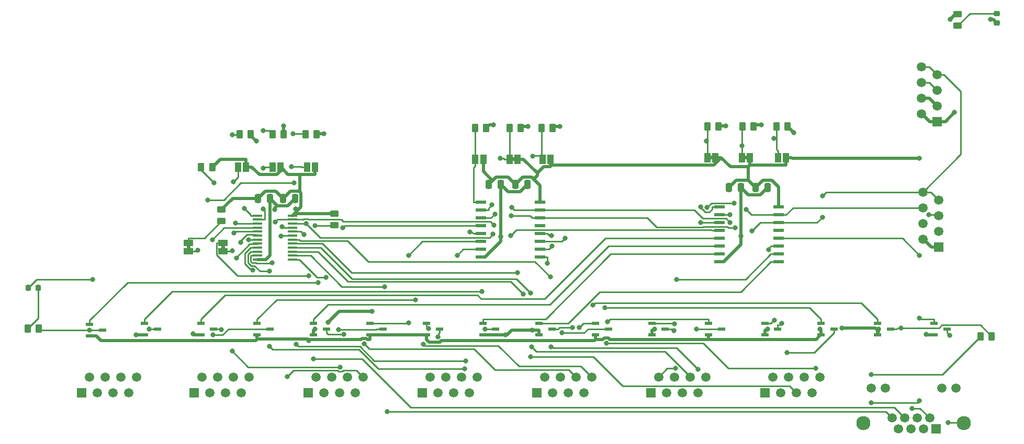
<source format=gbr>
%TF.GenerationSoftware,KiCad,Pcbnew,7.0.9*%
%TF.CreationDate,2024-04-09T00:56:20-04:00*%
%TF.ProjectId,WIRED-I2C-Shield-revA4,57495245-442d-4493-9243-2d536869656c,RevA4*%
%TF.SameCoordinates,Original*%
%TF.FileFunction,Copper,L1,Top*%
%TF.FilePolarity,Positive*%
%FSLAX46Y46*%
G04 Gerber Fmt 4.6, Leading zero omitted, Abs format (unit mm)*
G04 Created by KiCad (PCBNEW 7.0.9) date 2024-04-09 00:56:20*
%MOMM*%
%LPD*%
G01*
G04 APERTURE LIST*
G04 Aperture macros list*
%AMRoundRect*
0 Rectangle with rounded corners*
0 $1 Rounding radius*
0 $2 $3 $4 $5 $6 $7 $8 $9 X,Y pos of 4 corners*
0 Add a 4 corners polygon primitive as box body*
4,1,4,$2,$3,$4,$5,$6,$7,$8,$9,$2,$3,0*
0 Add four circle primitives for the rounded corners*
1,1,$1+$1,$2,$3*
1,1,$1+$1,$4,$5*
1,1,$1+$1,$6,$7*
1,1,$1+$1,$8,$9*
0 Add four rect primitives between the rounded corners*
20,1,$1+$1,$2,$3,$4,$5,0*
20,1,$1+$1,$4,$5,$6,$7,0*
20,1,$1+$1,$6,$7,$8,$9,0*
20,1,$1+$1,$8,$9,$2,$3,0*%
G04 Aperture macros list end*
%TA.AperFunction,SMDPad,CuDef*%
%ADD10R,1.803400X0.533400*%
%TD*%
%TA.AperFunction,ComponentPad*%
%ADD11R,1.500000X1.500000*%
%TD*%
%TA.AperFunction,ComponentPad*%
%ADD12C,1.500000*%
%TD*%
%TA.AperFunction,SMDPad,CuDef*%
%ADD13R,1.300000X0.600000*%
%TD*%
%TA.AperFunction,SMDPad,CuDef*%
%ADD14RoundRect,0.250000X-0.262500X-0.450000X0.262500X-0.450000X0.262500X0.450000X-0.262500X0.450000X0*%
%TD*%
%TA.AperFunction,SMDPad,CuDef*%
%ADD15R,1.000000X1.500000*%
%TD*%
%TA.AperFunction,SMDPad,CuDef*%
%ADD16RoundRect,0.250000X0.450000X-0.262500X0.450000X0.262500X-0.450000X0.262500X-0.450000X-0.262500X0*%
%TD*%
%TA.AperFunction,SMDPad,CuDef*%
%ADD17RoundRect,0.250000X-0.250000X-0.475000X0.250000X-0.475000X0.250000X0.475000X-0.250000X0.475000X0*%
%TD*%
%TA.AperFunction,ComponentPad*%
%ADD18C,2.300000*%
%TD*%
%TA.AperFunction,SMDPad,CuDef*%
%ADD19RoundRect,0.218750X0.256250X-0.218750X0.256250X0.218750X-0.256250X0.218750X-0.256250X-0.218750X0*%
%TD*%
%TA.AperFunction,SMDPad,CuDef*%
%ADD20R,1.500000X1.000000*%
%TD*%
%TA.AperFunction,SMDPad,CuDef*%
%ADD21RoundRect,0.218750X-0.218750X-0.256250X0.218750X-0.256250X0.218750X0.256250X-0.218750X0.256250X0*%
%TD*%
%TA.AperFunction,SMDPad,CuDef*%
%ADD22R,1.600000X0.300000*%
%TD*%
%TA.AperFunction,ViaPad*%
%ADD23C,0.800000*%
%TD*%
%TA.AperFunction,Conductor*%
%ADD24C,0.250000*%
%TD*%
%TA.AperFunction,Conductor*%
%ADD25C,0.500000*%
%TD*%
G04 APERTURE END LIST*
%TA.AperFunction,EtchedComponent*%
%TO.C,JP10*%
G36*
X188464000Y-81580000D02*
G01*
X187964000Y-81580000D01*
X187964000Y-80980000D01*
X188464000Y-80980000D01*
X188464000Y-81580000D01*
G37*
%TD.AperFunction*%
%TA.AperFunction,EtchedComponent*%
%TO.C,JP4*%
G36*
X98344000Y-96008000D02*
G01*
X97744000Y-96008000D01*
X97744000Y-95508000D01*
X98344000Y-95508000D01*
X98344000Y-96008000D01*
G37*
%TD.AperFunction*%
%TA.AperFunction,EtchedComponent*%
%TO.C,JP7*%
G36*
X150872000Y-81834000D02*
G01*
X150372000Y-81834000D01*
X150372000Y-81234000D01*
X150872000Y-81234000D01*
X150872000Y-81834000D01*
G37*
%TD.AperFunction*%
%TA.AperFunction,EtchedComponent*%
%TO.C,JP5*%
G36*
X103932000Y-96008000D02*
G01*
X103332000Y-96008000D01*
X103332000Y-95508000D01*
X103932000Y-95508000D01*
X103932000Y-96008000D01*
G37*
%TD.AperFunction*%
%TA.AperFunction,EtchedComponent*%
%TO.C,JP9*%
G36*
X182876000Y-81580000D02*
G01*
X182376000Y-81580000D01*
X182376000Y-80980000D01*
X182876000Y-80980000D01*
X182876000Y-81580000D01*
G37*
%TD.AperFunction*%
%TD*%
D10*
%TO.P,U3,1,A0*%
%TO.N,/PCF2_A0*%
X183946800Y-89281000D03*
%TO.P,U3,2,A1*%
%TO.N,/PCF2_A1*%
X183946800Y-90551000D03*
%TO.P,U3,3,A2*%
%TO.N,/PCF2_A2*%
X183946800Y-91821000D03*
%TO.P,U3,4,P0*%
%TO.N,/mosfet10*%
X183946800Y-93091000D03*
%TO.P,U3,5,P1*%
%TO.N,/mosfet11*%
X183946800Y-94361000D03*
%TO.P,U3,6,P2*%
%TO.N,/mosfet12*%
X183946800Y-95631000D03*
%TO.P,U3,7,P3*%
%TO.N,/mosfet13*%
X183946800Y-96901000D03*
%TO.P,U3,8,VSS*%
%TO.N,GND*%
X183946800Y-98171000D03*
%TO.P,U3,9,P4*%
%TO.N,/mosfet14*%
X193497200Y-98171000D03*
%TO.P,U3,10,P5*%
%TO.N,/mosfet15*%
X193497200Y-96901000D03*
%TO.P,U3,11,P6*%
%TO.N,/mosfet16*%
X193497200Y-95631000D03*
%TO.P,U3,12,P7*%
%TO.N,/mosfet17*%
X193497200Y-94361000D03*
%TO.P,U3,13,~INT*%
%TO.N,unconnected-(U3-~INT-Pad13)*%
X193497200Y-93091000D03*
%TO.P,U3,14,SCL*%
%TO.N,/INPUTSCL*%
X193497200Y-91821000D03*
%TO.P,U3,15,SDA*%
%TO.N,/INPUTSDA*%
X193497200Y-90551000D03*
%TO.P,U3,16,VDD*%
%TO.N,VCC*%
X193497200Y-89281000D03*
%TD*%
%TO.P,U1,16,VDD*%
%TO.N,VCC*%
X154889200Y-88519000D03*
%TO.P,U1,15,SDA*%
%TO.N,/INPUTSDA*%
X154889200Y-89789000D03*
%TO.P,U1,14,SCL*%
%TO.N,/INPUTSCL*%
X154889200Y-91059000D03*
%TO.P,U1,13,~INT*%
%TO.N,unconnected-(U1-~INT-Pad13)*%
X154889200Y-92329000D03*
%TO.P,U1,12,P7*%
%TO.N,/mosfet7*%
X154889200Y-93599000D03*
%TO.P,U1,11,P6*%
%TO.N,/mosfet6*%
X154889200Y-94869000D03*
%TO.P,U1,10,P5*%
%TO.N,/mosfet5*%
X154889200Y-96139000D03*
%TO.P,U1,9,P4*%
%TO.N,/mosfet4*%
X154889200Y-97409000D03*
%TO.P,U1,8,VSS*%
%TO.N,GND*%
X145338800Y-97409000D03*
%TO.P,U1,7,P3*%
%TO.N,/mosfet3*%
X145338800Y-96139000D03*
%TO.P,U1,6,P2*%
%TO.N,/mosfet2*%
X145338800Y-94869000D03*
%TO.P,U1,5,P1*%
%TO.N,/mosfet1*%
X145338800Y-93599000D03*
%TO.P,U1,4,P0*%
%TO.N,/mosfet0*%
X145338800Y-92329000D03*
%TO.P,U1,3,A2*%
%TO.N,/PCF1_A2*%
X145338800Y-91059000D03*
%TO.P,U1,2,A1*%
%TO.N,/PCF1_A1*%
X145338800Y-89789000D03*
%TO.P,U1,1,A0*%
%TO.N,/PCF1_A0*%
X145338800Y-88519000D03*
%TD*%
D11*
%TO.P,J10,1*%
%TO.N,VCC*%
X219182000Y-75402500D03*
D12*
%TO.P,J10,2*%
X216642000Y-74132500D03*
%TO.P,J10,3*%
%TO.N,GND*%
X219182000Y-72862500D03*
%TO.P,J10,4*%
X216642000Y-71592500D03*
%TO.P,J10,5*%
%TO.N,/INPUTSDA*%
X219182000Y-70322500D03*
%TO.P,J10,6*%
X216642000Y-69052500D03*
%TO.P,J10,7*%
%TO.N,/INPUTSCL*%
X219182000Y-67782500D03*
%TO.P,J10,8*%
X216642000Y-66512500D03*
%TD*%
D11*
%TO.P,J9,1*%
%TO.N,VCC*%
X219436000Y-95722500D03*
D12*
%TO.P,J9,2*%
X216896000Y-94452500D03*
%TO.P,J9,3*%
%TO.N,GND*%
X219436000Y-93182500D03*
%TO.P,J9,4*%
X216896000Y-91912500D03*
%TO.P,J9,5*%
%TO.N,/INPUTSDA*%
X219436000Y-90642500D03*
%TO.P,J9,6*%
X216896000Y-89372500D03*
%TO.P,J9,7*%
%TO.N,/INPUTSCL*%
X219436000Y-88102500D03*
%TO.P,J9,8*%
X216896000Y-86832500D03*
%TD*%
D11*
%TO.P,J7,1*%
%TO.N,/6VCC*%
X191297500Y-119360000D03*
D12*
%TO.P,J7,2*%
X192567500Y-116820000D03*
%TO.P,J7,3*%
%TO.N,/6GND*%
X193837500Y-119360000D03*
%TO.P,J7,4*%
X195107500Y-116820000D03*
%TO.P,J7,5*%
%TO.N,/6SDA*%
X196377500Y-119360000D03*
%TO.P,J7,6*%
X197647500Y-116820000D03*
%TO.P,J7,7*%
%TO.N,/6SCL*%
X198917500Y-119360000D03*
%TO.P,J7,8*%
X200187500Y-116820000D03*
%TD*%
D11*
%TO.P,J6,1*%
%TO.N,/5VCC*%
X172828100Y-119360000D03*
D12*
%TO.P,J6,2*%
X174098100Y-116820000D03*
%TO.P,J6,3*%
%TO.N,/5GND*%
X175368100Y-119360000D03*
%TO.P,J6,4*%
X176638100Y-116820000D03*
%TO.P,J6,5*%
%TO.N,/5SDA*%
X177908100Y-119360000D03*
%TO.P,J6,6*%
X179178100Y-116820000D03*
%TO.P,J6,7*%
%TO.N,/5SCL*%
X180448100Y-119360000D03*
%TO.P,J6,8*%
X181718100Y-116820000D03*
%TD*%
D11*
%TO.P,J5,1*%
%TO.N,/4VCC*%
X154358600Y-119360000D03*
D12*
%TO.P,J5,2*%
X155628600Y-116820000D03*
%TO.P,J5,3*%
%TO.N,/4GND*%
X156898600Y-119360000D03*
%TO.P,J5,4*%
X158168600Y-116820000D03*
%TO.P,J5,5*%
%TO.N,/4SDA*%
X159438600Y-119360000D03*
%TO.P,J5,6*%
X160708600Y-116820000D03*
%TO.P,J5,7*%
%TO.N,/4SCL*%
X161978600Y-119360000D03*
%TO.P,J5,8*%
X163248600Y-116820000D03*
%TD*%
D11*
%TO.P,J4,1*%
%TO.N,/3VCC*%
X135889200Y-119360000D03*
D12*
%TO.P,J4,2*%
X137159200Y-116820000D03*
%TO.P,J4,3*%
%TO.N,/3GND*%
X138429200Y-119360000D03*
%TO.P,J4,4*%
X139699200Y-116820000D03*
%TO.P,J4,5*%
%TO.N,/3SDA*%
X140969200Y-119360000D03*
%TO.P,J4,6*%
X142239200Y-116820000D03*
%TO.P,J4,7*%
%TO.N,/3SCL*%
X143509200Y-119360000D03*
%TO.P,J4,8*%
X144779200Y-116820000D03*
%TD*%
D11*
%TO.P,J3,1*%
%TO.N,/2VCC*%
X117419800Y-119360000D03*
D12*
%TO.P,J3,2*%
X118689800Y-116820000D03*
%TO.P,J3,3*%
%TO.N,/2GND*%
X119959800Y-119360000D03*
%TO.P,J3,4*%
X121229800Y-116820000D03*
%TO.P,J3,5*%
%TO.N,/2SDA*%
X122499800Y-119360000D03*
%TO.P,J3,6*%
X123769800Y-116820000D03*
%TO.P,J3,7*%
%TO.N,/2SCL*%
X125039800Y-119360000D03*
%TO.P,J3,8*%
X126309800Y-116820000D03*
%TD*%
D11*
%TO.P,J2,1*%
%TO.N,/1VCC*%
X98950300Y-119360000D03*
D12*
%TO.P,J2,2*%
X100220300Y-116820000D03*
%TO.P,J2,3*%
%TO.N,/1GND*%
X101490300Y-119360000D03*
%TO.P,J2,4*%
X102760300Y-116820000D03*
%TO.P,J2,5*%
%TO.N,/1SDA*%
X104030300Y-119360000D03*
%TO.P,J2,6*%
X105300300Y-116820000D03*
%TO.P,J2,7*%
%TO.N,/1SCL*%
X106570300Y-119360000D03*
%TO.P,J2,8*%
X107840300Y-116820000D03*
%TD*%
D11*
%TO.P,J1,1*%
%TO.N,/0VCC*%
X80771200Y-119360000D03*
D12*
%TO.P,J1,2*%
X82041200Y-116820000D03*
%TO.P,J1,3*%
%TO.N,/0GND*%
X83311200Y-119360000D03*
%TO.P,J1,4*%
X84581200Y-116820000D03*
%TO.P,J1,5*%
%TO.N,/0SDA*%
X85851200Y-119360000D03*
%TO.P,J1,6*%
X87121200Y-116820000D03*
%TO.P,J1,7*%
%TO.N,/0SCL*%
X88391200Y-119360000D03*
%TO.P,J1,8*%
X89661200Y-116820000D03*
%TD*%
D13*
%TO.P,Q7,1,G*%
%TO.N,/mosfet3*%
X136516400Y-108082000D03*
%TO.P,Q7,2,S*%
%TO.N,VCC*%
X136516400Y-109982000D03*
%TO.P,Q7,3,D*%
%TO.N,/3VCC*%
X138616400Y-109032000D03*
%TD*%
D14*
%TO.P,R11,1*%
%TO.N,/PCF1_A2*%
X155147000Y-76454000D03*
%TO.P,R11,2*%
%TO.N,GND*%
X156972000Y-76454000D03*
%TD*%
D13*
%TO.P,Q3,1,G*%
%TO.N,/mosfet1*%
X109135200Y-108082000D03*
%TO.P,Q3,2,S*%
%TO.N,VCC*%
X109135200Y-109982000D03*
%TO.P,Q3,3,D*%
%TO.N,/1VCC*%
X111235200Y-109032000D03*
%TD*%
D14*
%TO.P,R15,1*%
%TO.N,Net-(J8-Pad12)*%
X226163500Y-110236000D03*
%TO.P,R15,2*%
%TO.N,/7VCC*%
X227988500Y-110236000D03*
%TD*%
%TO.P,R14,1*%
%TO.N,/PCF2_A2*%
X193143500Y-76200000D03*
%TO.P,R14,2*%
%TO.N,GND*%
X194968500Y-76200000D03*
%TD*%
D15*
%TO.P,JP11,1,A*%
%TO.N,/PCF2_A2*%
X193406000Y-81280000D03*
%TO.P,JP11,2,B*%
%TO.N,VCC*%
X194706000Y-81280000D03*
%TD*%
D14*
%TO.P,R8,1*%
%TO.N,/RESET*%
X100076000Y-82804000D03*
%TO.P,R8,2*%
%TO.N,VCC*%
X101901000Y-82804000D03*
%TD*%
D13*
%TO.P,Q9,1,G*%
%TO.N,/mosfet4*%
X163897600Y-108082000D03*
%TO.P,Q9,2,S*%
%TO.N,VCC*%
X163897600Y-109982000D03*
%TO.P,Q9,3,D*%
%TO.N,/4VCC*%
X165997600Y-109032000D03*
%TD*%
D14*
%TO.P,R12,1*%
%TO.N,/PCF2_A0*%
X181967500Y-76200000D03*
%TO.P,R12,2*%
%TO.N,GND*%
X183792500Y-76200000D03*
%TD*%
D15*
%TO.P,JP1,1,A*%
%TO.N,/TCA_A0*%
X106030000Y-82767000D03*
%TO.P,JP1,2,B*%
%TO.N,VCC*%
X107330000Y-82767000D03*
%TD*%
D13*
%TO.P,Q2,1,G*%
%TO.N,/mosfet0*%
X82042000Y-108270000D03*
%TO.P,Q2,2,S*%
%TO.N,VCC*%
X82042000Y-110170000D03*
%TO.P,Q2,3,D*%
%TO.N,/0VCC*%
X84142000Y-109220000D03*
%TD*%
D16*
%TO.P,R5,1*%
%TO.N,Net-(JP4-B)*%
X103378000Y-91515500D03*
%TO.P,R5,2*%
%TO.N,VCC*%
X103378000Y-89690500D03*
%TD*%
D13*
%TO.P,Q8,1,G*%
%TO.N,/mosfet13*%
X145643500Y-108082000D03*
%TO.P,Q8,2,S*%
%TO.N,GND*%
X145643500Y-109982000D03*
%TO.P,Q8,3,D*%
%TO.N,/3GND*%
X147743500Y-109032000D03*
%TD*%
%TO.P,Q10,1,G*%
%TO.N,/mosfet14*%
X154770500Y-108082000D03*
%TO.P,Q10,2,S*%
%TO.N,GND*%
X154770500Y-109982000D03*
%TO.P,Q10,3,D*%
%TO.N,/4GND*%
X156870500Y-109032000D03*
%TD*%
D14*
%TO.P,R1,1*%
%TO.N,/TCA_A0*%
X106275500Y-77470000D03*
%TO.P,R1,2*%
%TO.N,GND*%
X108100500Y-77470000D03*
%TD*%
D16*
%TO.P,R6,1*%
%TO.N,Net-(JP5-B)*%
X121666000Y-92202000D03*
%TO.P,R6,2*%
%TO.N,VCC*%
X121666000Y-90377000D03*
%TD*%
D13*
%TO.P,Q11,1,G*%
%TO.N,/mosfet5*%
X182151700Y-108082000D03*
%TO.P,Q11,2,S*%
%TO.N,VCC*%
X182151700Y-109982000D03*
%TO.P,Q11,3,D*%
%TO.N,/5VCC*%
X184251700Y-109032000D03*
%TD*%
D17*
%TO.P,C5,1*%
%TO.N,VCC*%
X185486000Y-86106000D03*
%TO.P,C5,2*%
%TO.N,GND*%
X187386000Y-86106000D03*
%TD*%
D13*
%TO.P,Q5,1,G*%
%TO.N,/mosfet2*%
X127389300Y-108082000D03*
%TO.P,Q5,2,S*%
%TO.N,VCC*%
X127389300Y-109982000D03*
%TO.P,Q5,3,D*%
%TO.N,/2VCC*%
X129489300Y-109032000D03*
%TD*%
D15*
%TO.P,JP2,1,A*%
%TO.N,/TCA_A1*%
X111618000Y-82804000D03*
%TO.P,JP2,2,B*%
%TO.N,VCC*%
X112918000Y-82804000D03*
%TD*%
D14*
%TO.P,R9,1*%
%TO.N,/PCF1_A0*%
X144375500Y-76454000D03*
%TO.P,R9,2*%
%TO.N,GND*%
X146200500Y-76454000D03*
%TD*%
D11*
%TO.P,J8,1*%
%TO.N,/7VCC*%
X218954000Y-125218000D03*
D12*
%TO.P,J8,2*%
X217938000Y-123438000D03*
%TO.P,J8,3*%
%TO.N,/7GND*%
X216922000Y-125218000D03*
%TO.P,J8,4*%
X215906000Y-123438000D03*
%TO.P,J8,5*%
%TO.N,/7SDA*%
X214890000Y-125218000D03*
%TO.P,J8,6*%
X213874000Y-123438000D03*
%TO.P,J8,7*%
%TO.N,/7SCL*%
X212858000Y-125218000D03*
%TO.P,J8,8*%
X211842000Y-123438000D03*
%TO.P,J8,9*%
%TO.N,unconnected-(J8-Pad9)*%
X222254000Y-118618000D03*
%TO.P,J8,10*%
%TO.N,unconnected-(J8-Pad10)*%
X219964000Y-118618000D03*
%TO.P,J8,11*%
%TO.N,/7GND*%
X210824000Y-118618000D03*
%TO.P,J8,12*%
%TO.N,Net-(J8-Pad12)*%
X208534000Y-118618000D03*
D18*
%TO.P,J8,SH*%
%TO.N,/7GND*%
X223524000Y-124328000D03*
X207264000Y-124328000D03*
%TD*%
D19*
%TO.P,D1,1,K*%
%TO.N,GND*%
X228854000Y-59461500D03*
%TO.P,D1,2,A*%
%TO.N,Net-(D1-A)*%
X228854000Y-57886500D03*
%TD*%
D15*
%TO.P,JP6,1,A*%
%TO.N,/PCF1_A0*%
X144421000Y-81534000D03*
%TO.P,JP6,2,B*%
%TO.N,VCC*%
X145721000Y-81534000D03*
%TD*%
D13*
%TO.P,Q14,1,G*%
%TO.N,/mosfet16*%
X191278800Y-108082000D03*
%TO.P,Q14,2,S*%
%TO.N,GND*%
X191278800Y-109982000D03*
%TO.P,Q14,3,D*%
%TO.N,/6GND*%
X193378800Y-109032000D03*
%TD*%
D14*
%TO.P,R10,1*%
%TO.N,/PCF1_A1*%
X149963500Y-76454000D03*
%TO.P,R10,2*%
%TO.N,GND*%
X151788500Y-76454000D03*
%TD*%
D13*
%TO.P,Q4,1,G*%
%TO.N,/mosfet11*%
X100008100Y-108082000D03*
%TO.P,Q4,2,S*%
%TO.N,GND*%
X100008100Y-109982000D03*
%TO.P,Q4,3,D*%
%TO.N,/1GND*%
X102108100Y-109032000D03*
%TD*%
D15*
%TO.P,JP10,1,A*%
%TO.N,/PCF2_A1*%
X187564000Y-81280000D03*
%TO.P,JP10,2,B*%
%TO.N,VCC*%
X188864000Y-81280000D03*
%TD*%
D13*
%TO.P,Q6,1,G*%
%TO.N,/mosfet12*%
X118262300Y-108082000D03*
%TO.P,Q6,2,S*%
%TO.N,GND*%
X118262300Y-109982000D03*
%TO.P,Q6,3,D*%
%TO.N,/2GND*%
X120362300Y-109032000D03*
%TD*%
%TO.P,Q16,1,G*%
%TO.N,/mosfet7*%
X209532900Y-108082000D03*
%TO.P,Q16,2,S*%
%TO.N,VCC*%
X209532900Y-109982000D03*
%TO.P,Q16,3,D*%
%TO.N,/7VCC*%
X211632900Y-109032000D03*
%TD*%
D17*
%TO.P,C3,1*%
%TO.N,VCC*%
X146624000Y-85598000D03*
%TO.P,C3,2*%
%TO.N,GND*%
X148524000Y-85598000D03*
%TD*%
D14*
%TO.P,R3,1*%
%TO.N,/TCA_A2*%
X116943500Y-77470000D03*
%TO.P,R3,2*%
%TO.N,GND*%
X118768500Y-77470000D03*
%TD*%
D17*
%TO.P,C1,1*%
%TO.N,VCC*%
X109286000Y-87884000D03*
%TO.P,C1,2*%
%TO.N,GND*%
X111186000Y-87884000D03*
%TD*%
D14*
%TO.P,R7,1*%
%TO.N,Net-(D2-A)*%
X71985500Y-108966000D03*
%TO.P,R7,2*%
%TO.N,/0VCC*%
X73810500Y-108966000D03*
%TD*%
%TO.P,R13,1*%
%TO.N,/PCF2_A1*%
X187647500Y-76200000D03*
%TO.P,R13,2*%
%TO.N,GND*%
X189472500Y-76200000D03*
%TD*%
D13*
%TO.P,Q1,1,G*%
%TO.N,/mosfet10*%
X90881100Y-108082000D03*
%TO.P,Q1,2,S*%
%TO.N,GND*%
X90881100Y-109982000D03*
%TO.P,Q1,3,D*%
%TO.N,/0GND*%
X92981100Y-109032000D03*
%TD*%
D16*
%TO.P,R4,1*%
%TO.N,Net-(D1-A)*%
X222504000Y-59840500D03*
%TO.P,R4,2*%
%TO.N,VCC*%
X222504000Y-58015500D03*
%TD*%
D13*
%TO.P,Q15,1,G*%
%TO.N,/mosfet17*%
X218660000Y-108082000D03*
%TO.P,Q15,2,S*%
%TO.N,GND*%
X218660000Y-109982000D03*
%TO.P,Q15,3,D*%
%TO.N,/7GND*%
X220760000Y-109032000D03*
%TD*%
D20*
%TO.P,JP4,1,A*%
%TO.N,/INPUTSCL*%
X98044000Y-96408000D03*
%TO.P,JP4,2,B*%
%TO.N,Net-(JP4-B)*%
X98044000Y-95108000D03*
%TD*%
D15*
%TO.P,JP7,1,A*%
%TO.N,/PCF1_A1*%
X149972000Y-81534000D03*
%TO.P,JP7,2,B*%
%TO.N,VCC*%
X151272000Y-81534000D03*
%TD*%
D17*
%TO.P,C6,1*%
%TO.N,VCC*%
X189804000Y-86106000D03*
%TO.P,C6,2*%
%TO.N,GND*%
X191704000Y-86106000D03*
%TD*%
D13*
%TO.P,Q13,1,G*%
%TO.N,/mosfet6*%
X200405900Y-108082000D03*
%TO.P,Q13,2,S*%
%TO.N,VCC*%
X200405900Y-109982000D03*
%TO.P,Q13,3,D*%
%TO.N,/6VCC*%
X202505900Y-109032000D03*
%TD*%
D21*
%TO.P,D2,1,K*%
%TO.N,/0GND*%
X72110500Y-102362000D03*
%TO.P,D2,2,A*%
%TO.N,Net-(D2-A)*%
X73685500Y-102362000D03*
%TD*%
D14*
%TO.P,R2,1*%
%TO.N,/TCA_A1*%
X111609500Y-77470000D03*
%TO.P,R2,2*%
%TO.N,GND*%
X113434500Y-77470000D03*
%TD*%
D20*
%TO.P,JP5,1,A*%
%TO.N,/INPUTSDA*%
X103632000Y-96408000D03*
%TO.P,JP5,2,B*%
%TO.N,Net-(JP5-B)*%
X103632000Y-95108000D03*
%TD*%
D17*
%TO.P,C4,1*%
%TO.N,VCC*%
X150942000Y-85598000D03*
%TO.P,C4,2*%
%TO.N,GND*%
X152842000Y-85598000D03*
%TD*%
D13*
%TO.P,Q12,1,G*%
%TO.N,/mosfet15*%
X173024700Y-108082000D03*
%TO.P,Q12,2,S*%
%TO.N,GND*%
X173024700Y-109982000D03*
%TO.P,Q12,3,D*%
%TO.N,/5GND*%
X175124700Y-109032000D03*
%TD*%
D22*
%TO.P,U2,1,A0*%
%TO.N,/TCA_A0*%
X109214000Y-90659000D03*
%TO.P,U2,2,A1*%
%TO.N,/TCA_A1*%
X109214000Y-91309000D03*
%TO.P,U2,3,~{RES}*%
%TO.N,/RESET*%
X109214000Y-91959000D03*
%TO.P,U2,4,SD0*%
%TO.N,/0SDA*%
X109214000Y-92609000D03*
%TO.P,U2,5,SC0*%
%TO.N,/0SCL*%
X109214000Y-93259000D03*
%TO.P,U2,6,SD1*%
%TO.N,/1SDA*%
X109214000Y-93909000D03*
%TO.P,U2,7,SC1*%
%TO.N,/1SCL*%
X109214000Y-94559000D03*
%TO.P,U2,8,SD2*%
%TO.N,/2SDA*%
X109214000Y-95209000D03*
%TO.P,U2,9,SC2*%
%TO.N,/2SCL*%
X109214000Y-95859000D03*
%TO.P,U2,10,SD3*%
%TO.N,/3SDA*%
X109214000Y-96509000D03*
%TO.P,U2,11,SC3*%
%TO.N,/3SCL*%
X109214000Y-97159000D03*
%TO.P,U2,12,GND*%
%TO.N,GND*%
X109214000Y-97809000D03*
%TO.P,U2,13,SD4*%
%TO.N,/4SDA*%
X114814000Y-97809000D03*
%TO.P,U2,14,SC4*%
%TO.N,/4SCL*%
X114814000Y-97159000D03*
%TO.P,U2,15,SD5*%
%TO.N,/5SDA*%
X114814000Y-96509000D03*
%TO.P,U2,16,SC5*%
%TO.N,/5SCL*%
X114814000Y-95859000D03*
%TO.P,U2,17,SD6*%
%TO.N,/6SDA*%
X114814000Y-95209000D03*
%TO.P,U2,18,SC6*%
%TO.N,/6SCL*%
X114814000Y-94559000D03*
%TO.P,U2,19,SD7*%
%TO.N,/7SDA*%
X114814000Y-93909000D03*
%TO.P,U2,20,SC7*%
%TO.N,/7SCL*%
X114814000Y-93259000D03*
%TO.P,U2,21,A2*%
%TO.N,/TCA_A2*%
X114814000Y-92609000D03*
%TO.P,U2,22,SCL*%
%TO.N,/INPUTSCL*%
X114814000Y-91959000D03*
%TO.P,U2,23,SDA*%
%TO.N,/INPUTSDA*%
X114814000Y-91309000D03*
%TO.P,U2,24,VCC*%
%TO.N,VCC*%
X114814000Y-90659000D03*
%TD*%
D17*
%TO.P,C2,1*%
%TO.N,VCC*%
X113350000Y-87884000D03*
%TO.P,C2,2*%
%TO.N,GND*%
X115250000Y-87884000D03*
%TD*%
D15*
%TO.P,JP3,1,A*%
%TO.N,/TCA_A2*%
X117206000Y-82804000D03*
%TO.P,JP3,2,B*%
%TO.N,VCC*%
X118506000Y-82804000D03*
%TD*%
%TO.P,JP8,1,A*%
%TO.N,/PCF1_A2*%
X155306000Y-81534000D03*
%TO.P,JP8,2,B*%
%TO.N,VCC*%
X156606000Y-81534000D03*
%TD*%
%TO.P,JP9,1,A*%
%TO.N,/PCF2_A0*%
X181976000Y-81280000D03*
%TO.P,JP9,2,B*%
%TO.N,VCC*%
X183276000Y-81280000D03*
%TD*%
D23*
%TO.N,/RESET*%
X102188300Y-85374900D03*
X105586000Y-91831900D03*
%TO.N,/0SDA*%
X101870200Y-94541600D03*
%TO.N,/0SCL*%
X105379200Y-93438200D03*
%TO.N,/1SDA*%
X106480800Y-94995500D03*
%TO.N,/1SCL*%
X107771500Y-94535500D03*
%TO.N,/2SDA*%
X105117300Y-112630400D03*
X105789900Y-97546700D03*
X122595000Y-115198600D03*
%TO.N,/2SCL*%
X108414200Y-99511300D03*
X113995700Y-116758000D03*
%TO.N,/3SDA*%
X111106400Y-99677600D03*
X142691300Y-115460300D03*
X111156000Y-111886400D03*
%TO.N,/3SCL*%
X115414000Y-111487000D03*
X111555100Y-98322100D03*
X142910900Y-114187200D03*
%TO.N,GND*%
X153628700Y-109217700D03*
X227760000Y-58855300D03*
X127762000Y-106172000D03*
X217344500Y-109934100D03*
X98745500Y-109821300D03*
X190691300Y-75976900D03*
X184934100Y-76096600D03*
X158097500Y-76223600D03*
X147342300Y-75976900D03*
X118510700Y-109032000D03*
X173424700Y-109033600D03*
X113434500Y-76104200D03*
X120650000Y-107950000D03*
X195949200Y-77180700D03*
X112014000Y-89662000D03*
X152924500Y-76223600D03*
X119969900Y-77407000D03*
X149352000Y-109982000D03*
X191736300Y-109032000D03*
X148524000Y-94042900D03*
X187386000Y-94009500D03*
X89538600Y-110006200D03*
X108972000Y-78593100D03*
%TO.N,/4SDA*%
X120290800Y-100698400D03*
X126453600Y-111443700D03*
%TO.N,/4SCL*%
X136055700Y-111531600D03*
X129738900Y-102161600D03*
%TO.N,/5SDA*%
X152170700Y-103395100D03*
X153572500Y-111944300D03*
%TO.N,/5SCL*%
X153353700Y-103201500D03*
X180448200Y-115540100D03*
X156643300Y-111895100D03*
%TO.N,/6SDA*%
X153353700Y-113527100D03*
X151262600Y-99949300D03*
%TO.N,/6SCL*%
X199556800Y-115430200D03*
X156616400Y-100630400D03*
X165629400Y-111377000D03*
%TO.N,/7SDA*%
X113020900Y-93975100D03*
X118255500Y-113881700D03*
%TO.N,/7SCL*%
X130204000Y-122447400D03*
X116688900Y-93721400D03*
%TO.N,/INPUTSDA*%
X217807600Y-90484300D03*
X185650400Y-91769200D03*
X147467300Y-92233100D03*
X105134300Y-96386000D03*
X150353200Y-89347200D03*
X188249900Y-89659100D03*
X112038700Y-91695400D03*
%TO.N,/INPUTSCL*%
X186502600Y-92637100D03*
X200583300Y-90927900D03*
X99507200Y-96256400D03*
X189189900Y-93147400D03*
X200583300Y-87476700D03*
X101141900Y-88101100D03*
X117041200Y-91926300D03*
X115148800Y-85381700D03*
X147318800Y-93686400D03*
X150239500Y-90654200D03*
%TO.N,VCC*%
X200235700Y-109032000D03*
X117437800Y-110903200D03*
X203759500Y-108887800D03*
X221307100Y-58877500D03*
X209652900Y-109032000D03*
X216326500Y-81342100D03*
X221996000Y-73883300D03*
X115389700Y-89590400D03*
%TO.N,/0GND*%
X82509300Y-101017600D03*
X91657900Y-109032000D03*
%TO.N,/0VCC*%
X82016700Y-109221600D03*
%TO.N,/1GND*%
X103370100Y-109119100D03*
%TO.N,/1VCC*%
X102019700Y-109988000D03*
%TO.N,/2GND*%
X123194000Y-109927900D03*
%TO.N,/2VCC*%
X122328600Y-109146100D03*
%TO.N,/3GND*%
X146043500Y-109032000D03*
%TO.N,/3VCC*%
X138372400Y-110287800D03*
%TO.N,/4GND*%
X160139100Y-108814500D03*
%TO.N,/4VCC*%
X158426200Y-109678800D03*
%TO.N,/5GND*%
X176538800Y-109345400D03*
%TO.N,/5VCC*%
X176856000Y-115430200D03*
X180219100Y-109032000D03*
%TO.N,/6GND*%
X193976600Y-108098500D03*
%TO.N,/6VCC*%
X194831100Y-112887200D03*
%TO.N,/7GND*%
X221170100Y-110093700D03*
X216326500Y-120693100D03*
X220967100Y-124196800D03*
X208454900Y-121014300D03*
%TO.N,/7VCC*%
X215069800Y-121900000D03*
X213320800Y-108887800D03*
%TO.N,/mosfet3*%
X136833800Y-109002700D03*
X141546300Y-97082500D03*
%TO.N,/mosfet4*%
X156118700Y-98362900D03*
X161225300Y-108808800D03*
%TO.N,/mosfet5*%
X156878700Y-95600100D03*
X165798200Y-107866200D03*
%TO.N,/mosfet0*%
X118976800Y-101542100D03*
X123001900Y-92660300D03*
%TO.N,/mosfet6*%
X165390600Y-105592200D03*
X158990400Y-94345200D03*
%TO.N,/mosfet1*%
X143548700Y-93265400D03*
X134721200Y-104304800D03*
%TO.N,/mosfet7*%
X163464100Y-105141500D03*
X156782200Y-93902200D03*
%TO.N,/mosfet2*%
X133674700Y-108036500D03*
X133675900Y-97081300D03*
%TO.N,/TCA_A0*%
X105126000Y-77573900D03*
X107065400Y-89457600D03*
X105292900Y-85161000D03*
%TO.N,/TCA_A1*%
X110137500Y-82948900D03*
X110137500Y-89559500D03*
X110146100Y-76904200D03*
%TO.N,/TCA_A2*%
X114690800Y-82681800D03*
X113193100Y-92435200D03*
X114955800Y-77407000D03*
%TO.N,/PCF1_A1*%
X147152400Y-88915400D03*
X148461000Y-81342100D03*
%TO.N,/PCF1_A2*%
X147602100Y-90426400D03*
X153721600Y-80992000D03*
%TO.N,/PCF2_A0*%
X180904300Y-89209100D03*
X181788300Y-78586200D03*
%TO.N,/PCF2_A1*%
X185610100Y-90513900D03*
X187564000Y-79349700D03*
%TO.N,/PCF2_A2*%
X181948800Y-89369400D03*
X180904300Y-91814100D03*
X186337000Y-88663600D03*
X192773200Y-78137800D03*
%TO.N,/mosfet10*%
X150154900Y-93908200D03*
X145482100Y-102954200D03*
%TO.N,/mosfet15*%
X176968500Y-101017600D03*
X176684200Y-108198800D03*
%TO.N,/mosfet16*%
X191870800Y-96146600D03*
X192856500Y-107600200D03*
%TO.N,/mosfet17*%
X216326500Y-97126300D03*
X216326500Y-107283800D03*
%TO.N,Net-(JP5-B)*%
X118518700Y-92293700D03*
X117498900Y-100430100D03*
%TO.N,Net-(J8-Pad12)*%
X208534000Y-116408300D03*
%TD*%
D24*
%TO.N,/RESET*%
X102188300Y-85374900D02*
X100076000Y-83262600D01*
X100076000Y-83262600D02*
X100076000Y-82804000D01*
X109214000Y-91959000D02*
X108087100Y-91959000D01*
X108064900Y-91981200D02*
X105735300Y-91981200D01*
X105735300Y-91981200D02*
X105586000Y-91831900D01*
X108087100Y-91959000D02*
X108064900Y-91981200D01*
%TO.N,/0SDA*%
X109214000Y-92609000D02*
X103802800Y-92609000D01*
X103802800Y-92609000D02*
X101870200Y-94541600D01*
%TO.N,/0SCL*%
X108087100Y-93259000D02*
X105558400Y-93259000D01*
X109214000Y-93259000D02*
X108087100Y-93259000D01*
X105558400Y-93259000D02*
X105379200Y-93438200D01*
%TO.N,/1SDA*%
X109061800Y-93756800D02*
X107502800Y-93756800D01*
X106480800Y-94778800D02*
X106480800Y-94995500D01*
X107502800Y-93756800D02*
X106480800Y-94778800D01*
X109214000Y-93909000D02*
X109061800Y-93756800D01*
%TO.N,/1SCL*%
X107795000Y-94559000D02*
X107771500Y-94535500D01*
X109214000Y-94559000D02*
X107795000Y-94559000D01*
%TO.N,/2SDA*%
X105789900Y-97419700D02*
X107947200Y-95262400D01*
X105789900Y-97546700D02*
X105789900Y-97419700D01*
X107685500Y-115198600D02*
X122595000Y-115198600D01*
X107947200Y-95262400D02*
X109160600Y-95262400D01*
X109160600Y-95262400D02*
X109214000Y-95209000D01*
X105117300Y-112630400D02*
X107685500Y-115198600D01*
%TO.N,/2SCL*%
X107137100Y-98465600D02*
X107137100Y-96787100D01*
X123089900Y-115731700D02*
X125221500Y-115731700D01*
X125221500Y-115731700D02*
X126309800Y-116820000D01*
X107137100Y-96787100D02*
X108065200Y-95859000D01*
X122294000Y-115925500D02*
X122896100Y-115925500D01*
X113995700Y-116758000D02*
X115022000Y-115731700D01*
X108414200Y-99511300D02*
X108182800Y-99511300D01*
X122896100Y-115925500D02*
X123089900Y-115731700D01*
X108065200Y-95859000D02*
X109214000Y-95859000D01*
X108182800Y-99511300D02*
X107137100Y-98465600D01*
X115022000Y-115731700D02*
X122100200Y-115731700D01*
X122100200Y-115731700D02*
X122294000Y-115925500D01*
%TO.N,/3SDA*%
X111606400Y-112336800D02*
X111156000Y-111886400D01*
X109214000Y-96509000D02*
X108087100Y-96509000D01*
X142691300Y-115460300D02*
X142691300Y-115460200D01*
X107635200Y-98281600D02*
X107635200Y-96960900D01*
X107635200Y-96960900D02*
X108087100Y-96509000D01*
X108138000Y-98784400D02*
X107635200Y-98281600D01*
X128718200Y-115460200D02*
X125594800Y-112336800D01*
X111106400Y-99677600D02*
X109608500Y-99677600D01*
X142691300Y-115460200D02*
X128718200Y-115460200D01*
X108715300Y-98784400D02*
X108138000Y-98784400D01*
X109608500Y-99677600D02*
X108715300Y-98784400D01*
X125594800Y-112336800D02*
X111606400Y-112336800D01*
%TO.N,/3SCL*%
X128084300Y-114187200D02*
X125782000Y-111884900D01*
X111464000Y-98413200D02*
X108983200Y-98413200D01*
X125782000Y-111884900D02*
X115811900Y-111884900D01*
X111555100Y-98322100D02*
X111464000Y-98413200D01*
X142910900Y-114187200D02*
X128084300Y-114187200D01*
X115811900Y-111884900D02*
X115414000Y-111487000D01*
X108087100Y-98094400D02*
X108087100Y-97159000D01*
X108983200Y-98413200D02*
X108902500Y-98332500D01*
X109214000Y-97159000D02*
X108087100Y-97159000D01*
X108325200Y-98332500D02*
X108087100Y-98094400D01*
X108902500Y-98332500D02*
X108325200Y-98332500D01*
D25*
%TO.N,GND*%
X191736300Y-109032000D02*
X191538200Y-109230100D01*
X111186000Y-95946000D02*
X111252000Y-96012000D01*
X189695600Y-75976900D02*
X189472500Y-76200000D01*
X184934100Y-76096600D02*
X183895900Y-76096600D01*
X118831500Y-77407000D02*
X118768500Y-77470000D01*
X98745500Y-109821300D02*
X98906200Y-109982000D01*
X148524000Y-85598000D02*
X149699000Y-86773000D01*
X154770500Y-109982000D02*
X154770500Y-109230100D01*
X111186000Y-96078000D02*
X111186000Y-97137000D01*
X218660000Y-109982000D02*
X217558100Y-109982000D01*
X228247800Y-58855300D02*
X228854000Y-59461500D01*
X145973800Y-97409000D02*
X148524000Y-94858800D01*
X89538600Y-110006200D02*
X89755000Y-110006200D01*
X152018900Y-76223600D02*
X151788500Y-76454000D01*
X110514000Y-97809000D02*
X109214000Y-97809000D01*
X149606000Y-109982000D02*
X150370300Y-109217700D01*
X187386000Y-86106000D02*
X188561000Y-87281000D01*
X113434500Y-77470000D02*
X113434500Y-76104200D01*
X111186000Y-97137000D02*
X110514000Y-97809000D01*
X151667000Y-86773000D02*
X152842000Y-85598000D01*
X122428000Y-106172000D02*
X127762000Y-106172000D01*
X112361000Y-89059000D02*
X114075000Y-89059000D01*
X145338800Y-97409000D02*
X145339000Y-97409000D01*
X149699000Y-86773000D02*
X151667000Y-86773000D01*
X217912000Y-71592500D02*
X219182000Y-72862500D01*
X191538200Y-109230100D02*
X191278800Y-109230100D01*
X111252000Y-96012000D02*
X111186000Y-96078000D01*
X154758100Y-109217700D02*
X153628700Y-109217700D01*
X112014000Y-89406000D02*
X112361000Y-89059000D01*
X146677600Y-75976900D02*
X146200500Y-76454000D01*
X89755000Y-110006200D02*
X89779200Y-109982000D01*
X111186000Y-87884000D02*
X111186000Y-95946000D01*
X90881100Y-109982000D02*
X89779200Y-109982000D01*
X119969900Y-77407000D02*
X118831500Y-77407000D01*
X148524000Y-94858800D02*
X148524000Y-94808000D01*
X188561000Y-87281000D02*
X190529000Y-87281000D01*
X216642000Y-71592500D02*
X217912000Y-71592500D01*
X145338800Y-97409000D02*
X145973800Y-97409000D01*
X154770500Y-109230100D02*
X154758100Y-109217700D01*
X147342300Y-75976900D02*
X146677600Y-75976900D01*
X148524000Y-94808000D02*
X148590000Y-94742000D01*
X112014000Y-89662000D02*
X112014000Y-89406000D01*
X183895900Y-76096600D02*
X183792500Y-76200000D01*
X145643500Y-109982000D02*
X149352000Y-109982000D01*
X227760000Y-58855300D02*
X228247800Y-58855300D01*
X158097500Y-76223600D02*
X157202400Y-76223600D01*
X120650000Y-107950000D02*
X122428000Y-106172000D01*
X190529000Y-87281000D02*
X191704000Y-86106000D01*
X148590000Y-94742000D02*
X148524000Y-94676000D01*
X217344500Y-109934100D02*
X217510200Y-109934100D01*
X157202400Y-76223600D02*
X156972000Y-76454000D01*
X195949200Y-77180700D02*
X194968500Y-76200000D01*
X114075000Y-89059000D02*
X115250000Y-87884000D01*
X108100500Y-77721600D02*
X108100500Y-77470000D01*
X145338800Y-97409000D02*
X145339000Y-97409000D01*
X183946800Y-98171000D02*
X183947000Y-98171000D01*
X184581800Y-98171000D02*
X187386000Y-95366800D01*
X118262300Y-109230100D02*
X118312600Y-109230100D01*
X187386000Y-95366800D02*
X187386000Y-86106000D01*
X173024700Y-109982000D02*
X173024700Y-109230100D01*
X152924500Y-76223600D02*
X152018900Y-76223600D01*
X118312600Y-109230100D02*
X118510700Y-109032000D01*
X173228200Y-109230100D02*
X173424700Y-109033600D01*
X190691300Y-75976900D02*
X189695600Y-75976900D01*
X150370300Y-109217700D02*
X153628700Y-109217700D01*
X111186000Y-87884000D02*
X112361000Y-89059000D01*
X217510200Y-109934100D02*
X217558100Y-109982000D01*
X118262300Y-109982000D02*
X118262300Y-109230100D01*
X148524000Y-94676000D02*
X148524000Y-85598000D01*
X108972000Y-78593100D02*
X108100500Y-77721600D01*
X149352000Y-109982000D02*
X149606000Y-109982000D01*
X183946800Y-98171000D02*
X184581800Y-98171000D01*
X100008100Y-109982000D02*
X98906200Y-109982000D01*
X191278800Y-109982000D02*
X191278800Y-109230100D01*
X173024700Y-109230100D02*
X173228200Y-109230100D01*
D24*
%TO.N,/4SDA*%
X160708600Y-116820000D02*
X159541000Y-115652400D01*
X144221600Y-112258500D02*
X127268400Y-112258500D01*
X114814000Y-97809000D02*
X115940900Y-97809000D01*
X127268400Y-112258500D02*
X126453600Y-111443700D01*
X159541000Y-115652400D02*
X147615500Y-115652400D01*
X115940900Y-97809000D02*
X118830300Y-100698400D01*
X147615500Y-115652400D02*
X144221600Y-112258500D01*
X118830300Y-100698400D02*
X120290800Y-100698400D01*
%TO.N,/4SCL*%
X151526100Y-115108600D02*
X148148600Y-111731100D01*
X129738900Y-102161600D02*
X122782000Y-102161600D01*
X136255200Y-111731100D02*
X136055700Y-111531600D01*
X161537200Y-115108600D02*
X151526100Y-115108600D01*
X122782000Y-102161600D02*
X117779400Y-97159000D01*
X148148600Y-111731100D02*
X136255200Y-111731100D01*
X163248600Y-116820000D02*
X161537200Y-115108600D01*
X117779400Y-97159000D02*
X114814000Y-97159000D01*
%TO.N,/5SDA*%
X179178100Y-116724300D02*
X175110000Y-112656200D01*
X123822100Y-101367500D02*
X118963600Y-96509000D01*
X154284400Y-112656200D02*
X153572500Y-111944300D01*
X118963600Y-96509000D02*
X114814000Y-96509000D01*
X150143100Y-101367500D02*
X123822100Y-101367500D01*
X179178100Y-116820000D02*
X179178100Y-116724300D01*
X175110000Y-112656200D02*
X154284400Y-112656200D01*
X152170700Y-103395100D02*
X150143100Y-101367500D01*
%TO.N,/5SCL*%
X124487500Y-100915600D02*
X119430900Y-95859000D01*
X180448200Y-115540100D02*
X177012000Y-112103900D01*
X177012000Y-112103900D02*
X156852100Y-112103900D01*
X156852100Y-112103900D02*
X156643300Y-111895100D01*
X151067800Y-100915600D02*
X124487500Y-100915600D01*
X153353700Y-103201500D02*
X151067800Y-100915600D01*
X119430900Y-95859000D02*
X115940900Y-95859000D01*
X114814000Y-95859000D02*
X115940900Y-95859000D01*
%TO.N,/6SDA*%
X195300600Y-118283100D02*
X196377500Y-119360000D01*
X124425100Y-99949300D02*
X119684800Y-95209000D01*
X163547500Y-113527100D02*
X168303500Y-118283100D01*
X151262600Y-99949300D02*
X124425100Y-99949300D01*
X153353700Y-113527100D02*
X163547500Y-113527100D01*
X168303500Y-118283100D02*
X195300600Y-118283100D01*
X119684800Y-95209000D02*
X114814000Y-95209000D01*
%TO.N,/6SCL*%
X114814000Y-94559000D02*
X115940900Y-94559000D01*
X199556800Y-115430200D02*
X185353200Y-115430200D01*
X123737300Y-94732100D02*
X116114000Y-94732100D01*
X127115600Y-98110400D02*
X123737300Y-94732100D01*
X185353200Y-115430200D02*
X181300000Y-111377000D01*
X181300000Y-111377000D02*
X165629400Y-111377000D01*
X116114000Y-94732100D02*
X115940900Y-94559000D01*
X154096400Y-98110400D02*
X127115600Y-98110400D01*
X156616400Y-100630400D02*
X154096400Y-98110400D01*
%TO.N,/7SDA*%
X126075800Y-113881700D02*
X133948400Y-121754300D01*
X133948400Y-121754300D02*
X212190300Y-121754300D01*
X118255500Y-113881700D02*
X126075800Y-113881700D01*
X113087000Y-93909000D02*
X113020900Y-93975100D01*
X212190300Y-121754300D02*
X213874000Y-123438000D01*
X114814000Y-93909000D02*
X113087000Y-93909000D01*
%TO.N,/7SCL*%
X211842000Y-123438000D02*
X210851500Y-122447500D01*
X210851500Y-122447500D02*
X130204000Y-122447500D01*
X130204000Y-122447500D02*
X130204000Y-122447400D01*
X116688900Y-93721400D02*
X116226500Y-93259000D01*
X116226500Y-93259000D02*
X114814000Y-93259000D01*
%TO.N,/INPUTSDA*%
X219277800Y-90484300D02*
X219436000Y-90642500D01*
X150795000Y-89789000D02*
X154889200Y-89789000D01*
X194111500Y-90551000D02*
X193497200Y-90551000D01*
X122711900Y-91309000D02*
X117451900Y-91309000D01*
X116630600Y-91309000D02*
X114814000Y-91309000D01*
X123055500Y-91652600D02*
X122711900Y-91309000D01*
X105134300Y-96386000D02*
X104730900Y-96386000D01*
X117342300Y-91199400D02*
X116740200Y-91199400D01*
X146886800Y-91652600D02*
X123055500Y-91652600D01*
X114814000Y-91309000D02*
X112425100Y-91309000D01*
X112425100Y-91309000D02*
X112038700Y-91695400D01*
X179907200Y-89789000D02*
X154889200Y-89789000D01*
X147467300Y-92233100D02*
X146886800Y-91652600D01*
X195904300Y-89372500D02*
X194725800Y-90551000D01*
X216642000Y-69052500D02*
X217912000Y-69052500D01*
X181262800Y-91144600D02*
X179907200Y-89789000D01*
X116740200Y-91199400D02*
X116630600Y-91309000D01*
X217807600Y-90484300D02*
X219277800Y-90484300D01*
X185025800Y-91144600D02*
X181262800Y-91144600D01*
X185650400Y-91769200D02*
X185025800Y-91144600D01*
X117451900Y-91309000D02*
X117342300Y-91199400D01*
X104730900Y-96386000D02*
X104708900Y-96408000D01*
X189141800Y-90551000D02*
X188249900Y-89659100D01*
X150353200Y-89347200D02*
X150795000Y-89789000D01*
X193497200Y-90551000D02*
X189141800Y-90551000D01*
X217912000Y-69052500D02*
X219182000Y-70322500D01*
X194111500Y-90551000D02*
X194725800Y-90551000D01*
X216896000Y-89372500D02*
X195904300Y-89372500D01*
X103632000Y-96408000D02*
X104708900Y-96408000D01*
%TO.N,/INPUTSCL*%
X172296700Y-91059000D02*
X173778700Y-92541000D01*
X185372000Y-92637100D02*
X186502600Y-92637100D01*
X106452300Y-85381700D02*
X103732900Y-88101100D01*
X146803400Y-94201800D02*
X147318800Y-93686400D01*
X117041200Y-91926300D02*
X119316700Y-94201800D01*
X181262800Y-92483600D02*
X185218500Y-92483600D01*
X190516300Y-91821000D02*
X193497200Y-91821000D01*
X199690200Y-91821000D02*
X193497200Y-91821000D01*
X200583300Y-90927900D02*
X199690200Y-91821000D01*
X216642000Y-66512500D02*
X217912000Y-66512500D01*
X185218500Y-92483600D02*
X185372000Y-92637100D01*
X154889200Y-91059000D02*
X153660600Y-91059000D01*
X220242660Y-67782500D02*
X223012000Y-70551840D01*
X154889200Y-91059000D02*
X172296700Y-91059000D01*
X119316700Y-94201800D02*
X146803400Y-94201800D01*
X117008500Y-91959000D02*
X117041200Y-91926300D01*
X114814000Y-91959000D02*
X117008500Y-91959000D01*
X223012000Y-80716500D02*
X216896000Y-86832500D01*
X153660600Y-91059000D02*
X153255800Y-90654200D01*
X98044000Y-96408000D02*
X99120900Y-96408000D01*
X103732900Y-88101100D02*
X101141900Y-88101100D01*
X189189900Y-93147400D02*
X190516300Y-91821000D01*
X99120900Y-96408000D02*
X99272500Y-96256400D01*
X223012000Y-70551840D02*
X223012000Y-80716500D01*
X99272500Y-96256400D02*
X99507200Y-96256400D01*
X173778700Y-92541000D02*
X181205400Y-92541000D01*
X153255800Y-90654200D02*
X150239500Y-90654200D01*
X219436000Y-88102500D02*
X218166000Y-86832500D01*
X201227500Y-86832500D02*
X200583300Y-87476700D01*
X181205400Y-92541000D02*
X181262800Y-92483600D01*
X218166000Y-86832500D02*
X216896000Y-86832500D01*
X219182000Y-67782500D02*
X220242660Y-67782500D01*
X115148800Y-85381700D02*
X106452300Y-85381700D01*
X217912000Y-66512500D02*
X219182000Y-67782500D01*
X216896000Y-86832500D02*
X201227500Y-86832500D01*
D25*
%TO.N,VCC*%
X117437800Y-110779800D02*
X117293100Y-110635100D01*
X216642000Y-74132500D02*
X216710100Y-74132500D01*
X200405900Y-109787800D02*
X200405900Y-109943900D01*
X209532900Y-109606000D02*
X209532900Y-109230100D01*
X147799000Y-84423000D02*
X149767000Y-84423000D01*
X188629000Y-82734400D02*
X185682300Y-82734400D01*
X153511000Y-84423000D02*
X154889200Y-85801200D01*
X200405900Y-109943900D02*
X199615900Y-110733900D01*
X127389300Y-109982000D02*
X127389300Y-110733900D01*
X110461000Y-86709000D02*
X112175000Y-86709000D01*
X127389300Y-110733900D02*
X126950200Y-110733900D01*
X114119900Y-84005900D02*
X113218100Y-83104100D01*
X126808100Y-110591800D02*
X126100800Y-110591800D01*
X182151700Y-109982000D02*
X182151700Y-110733900D01*
X209532900Y-109230100D02*
X209190600Y-108887800D01*
X193497200Y-89281000D02*
X193497000Y-89281000D01*
X163897600Y-110733900D02*
X163684200Y-110947300D01*
X152117000Y-84423000D02*
X153511000Y-84423000D01*
X222169100Y-58015500D02*
X221307100Y-58877500D01*
X136516400Y-109982000D02*
X136516400Y-110733900D01*
X154889200Y-88519000D02*
X154889000Y-88519000D01*
X154443800Y-84187900D02*
X154443800Y-83753900D01*
X209652900Y-109486000D02*
X209652900Y-109032000D01*
X108905000Y-110894000D02*
X83867900Y-110894000D01*
X188864000Y-82481900D02*
X188864000Y-82499400D01*
X165276600Y-110525100D02*
X165067800Y-110733900D01*
X188864000Y-81280000D02*
X188864000Y-82481900D01*
X200405900Y-109230100D02*
X200235700Y-109059900D01*
X156606000Y-81534000D02*
X156606000Y-82433000D01*
X200405900Y-109982000D02*
X200405900Y-109943900D01*
X138917700Y-110947300D02*
X138725300Y-111139700D01*
X193497200Y-86055200D02*
X193497200Y-89281000D01*
X117293100Y-110635100D02*
X109163900Y-110635100D01*
X145721000Y-83520000D02*
X145721000Y-81534000D01*
X114525000Y-86709000D02*
X115919000Y-86709000D01*
X117437800Y-110779800D02*
X117437800Y-110903200D01*
X112175000Y-86709000D02*
X113350000Y-87884000D01*
X126100800Y-110591800D02*
X125912800Y-110779800D01*
X188629000Y-82734400D02*
X188629000Y-84931000D01*
X109520800Y-84005900D02*
X112316300Y-84005900D01*
X163897600Y-109982000D02*
X163897600Y-110733900D01*
X220476800Y-75402500D02*
X219182000Y-75402500D01*
X195720000Y-81342100D02*
X216326500Y-81342100D01*
X209532900Y-109606000D02*
X209652900Y-109486000D01*
X195657900Y-81280000D02*
X195720000Y-81342100D01*
X126950200Y-110733900D02*
X126808100Y-110591800D01*
X194706000Y-81280000D02*
X195657900Y-81280000D01*
X109163900Y-110635100D02*
X109135200Y-110663800D01*
X115389800Y-89590400D02*
X115636200Y-89836800D01*
X218581100Y-75402500D02*
X219182000Y-75402500D01*
X190979000Y-84931000D02*
X192373000Y-84931000D01*
X188864000Y-82499400D02*
X188629000Y-82734400D01*
X116000700Y-86627300D02*
X116000700Y-84005900D01*
X115500800Y-90377000D02*
X115298400Y-90174600D01*
X115919000Y-86709000D02*
X116000700Y-86627300D01*
X103139900Y-81565100D02*
X107330000Y-81565100D01*
X216896000Y-94452500D02*
X216964100Y-94452500D01*
X82042000Y-110170000D02*
X83143900Y-110170000D01*
X185682300Y-82734400D02*
X184227900Y-81280000D01*
X107330000Y-82767000D02*
X108281900Y-82767000D01*
X222504000Y-58015500D02*
X222169100Y-58015500D01*
X109286000Y-87884000D02*
X110461000Y-86709000D01*
X146624000Y-85598000D02*
X147799000Y-84423000D01*
X150942000Y-85598000D02*
X152117000Y-84423000D01*
X216964100Y-94452500D02*
X218234100Y-95722500D01*
X149767000Y-84423000D02*
X150942000Y-85598000D01*
X109135200Y-109982000D02*
X109135200Y-110663800D01*
X216710100Y-74132500D02*
X217980100Y-75402500D01*
X101901000Y-82804000D02*
X103139900Y-81565100D01*
X136516400Y-109982000D02*
X135414500Y-109982000D01*
X121666000Y-90377000D02*
X115500800Y-90377000D01*
X183276000Y-81280000D02*
X184227900Y-81280000D01*
X156606000Y-82480400D02*
X156606000Y-82735900D01*
X185486000Y-86106000D02*
X186661000Y-84931000D01*
X188629000Y-84931000D02*
X189804000Y-86106000D01*
X113218100Y-83104100D02*
X112918000Y-82804000D01*
X221996000Y-73883300D02*
X220476800Y-75402500D01*
X153859800Y-84771900D02*
X154443800Y-84187900D01*
X115389700Y-89590400D02*
X115389800Y-89590400D01*
X188864000Y-82481900D02*
X194706000Y-82481900D01*
X138725300Y-111139700D02*
X136922200Y-111139700D01*
X219436000Y-95722500D02*
X218234100Y-95722500D01*
X156606000Y-82735900D02*
X155461800Y-82735900D01*
X109286000Y-87884000D02*
X105184500Y-87884000D01*
X113350000Y-87884000D02*
X114525000Y-86709000D01*
X107330000Y-82767000D02*
X107330000Y-81565100D01*
X155461800Y-82735900D02*
X154443800Y-83753900D01*
X189804000Y-86106000D02*
X190979000Y-84931000D01*
X165982300Y-110525100D02*
X165276600Y-110525100D01*
X147211500Y-85010500D02*
X145721000Y-83520000D01*
X116200000Y-86990000D02*
X116200000Y-89273000D01*
X166191100Y-110733900D02*
X165982300Y-110525100D01*
X192373000Y-84931000D02*
X193497200Y-86055200D01*
X116000700Y-84005900D02*
X114119900Y-84005900D01*
X199615900Y-110733900D02*
X182151700Y-110733900D01*
X154443800Y-83753900D02*
X152223900Y-81534000D01*
X200235700Y-109059900D02*
X200235700Y-109032000D01*
X163684200Y-110947300D02*
X138917700Y-110947300D01*
X200405900Y-109787800D02*
X200405900Y-109230100D01*
X194706000Y-81280000D02*
X194706000Y-82481900D01*
X136922200Y-111139700D02*
X136516400Y-110733900D01*
X135414500Y-109982000D02*
X127389300Y-109982000D01*
X209532900Y-109982000D02*
X209532900Y-109606000D01*
X186661000Y-84931000D02*
X188629000Y-84931000D01*
X182151700Y-110733900D02*
X166191100Y-110733900D01*
X156606000Y-82480400D02*
X156607500Y-82481900D01*
X218581100Y-75402500D02*
X217980100Y-75402500D01*
X116200000Y-89273000D02*
X114814000Y-90659000D01*
X118506000Y-84005900D02*
X116000700Y-84005900D01*
X115919000Y-86709000D02*
X116200000Y-86990000D01*
X165067800Y-110733900D02*
X163897600Y-110733900D01*
X154889200Y-85801200D02*
X154889200Y-88519000D01*
X112316300Y-84005900D02*
X113218100Y-83104100D01*
X156606000Y-82433000D02*
X156606000Y-82480400D01*
X151272000Y-81534000D02*
X152223900Y-81534000D01*
X83867900Y-110894000D02*
X83143900Y-110170000D01*
X105184500Y-87884000D02*
X103378000Y-89690500D01*
X109135200Y-110663800D02*
X108905000Y-110894000D01*
X118506000Y-82804000D02*
X118506000Y-84005900D01*
X108281900Y-82767000D02*
X109520800Y-84005900D01*
X183026000Y-82481900D02*
X184227900Y-81280000D01*
X156607500Y-82481900D02*
X183026000Y-82481900D01*
X209190600Y-108887800D02*
X203759500Y-108887800D01*
X125912800Y-110779800D02*
X117437800Y-110779800D01*
D24*
%TO.N,/0GND*%
X73454900Y-101017600D02*
X82509300Y-101017600D01*
X72110500Y-102362000D02*
X73454900Y-101017600D01*
X92981100Y-109032000D02*
X91657900Y-109032000D01*
%TO.N,Net-(D1-A)*%
X222504000Y-59840500D02*
X224458000Y-57886500D01*
X224458000Y-57886500D02*
X228854000Y-57886500D01*
%TO.N,/0VCC*%
X82016700Y-109220000D02*
X82016700Y-109221600D01*
X74064500Y-109220000D02*
X73810500Y-108966000D01*
X84142000Y-109220000D02*
X82016700Y-109220000D01*
X82016700Y-109220000D02*
X74064500Y-109220000D01*
%TO.N,/1GND*%
X102108100Y-109032000D02*
X103283000Y-109032000D01*
X103283000Y-109032000D02*
X103370100Y-109119100D01*
%TO.N,/1VCC*%
X111235200Y-109032000D02*
X104506800Y-109032000D01*
X104506800Y-109032000D02*
X103550800Y-109988000D01*
X103550800Y-109988000D02*
X102019700Y-109988000D01*
%TO.N,/2GND*%
X120362300Y-109032000D02*
X120362300Y-109658900D01*
X120362300Y-109658900D02*
X120631300Y-109927900D01*
X120631300Y-109927900D02*
X123194000Y-109927900D01*
%TO.N,/2VCC*%
X128512400Y-109032000D02*
X128398300Y-109146100D01*
X129489300Y-109032000D02*
X128512400Y-109032000D01*
X128398300Y-109146100D02*
X122328600Y-109146100D01*
%TO.N,/3GND*%
X147743500Y-109032000D02*
X146043500Y-109032000D01*
%TO.N,/3VCC*%
X138372400Y-109902900D02*
X138372400Y-110287800D01*
X138616400Y-109032000D02*
X138616400Y-109658900D01*
X138616400Y-109658900D02*
X138372400Y-109902900D01*
%TO.N,/4GND*%
X157847400Y-109032000D02*
X158064900Y-108814500D01*
X158064900Y-108814500D02*
X160139100Y-108814500D01*
X156870500Y-109032000D02*
X157847400Y-109032000D01*
%TO.N,/4VCC*%
X162025500Y-109678800D02*
X158426200Y-109678800D01*
X162672300Y-109032000D02*
X162025500Y-109678800D01*
X165997600Y-109032000D02*
X162672300Y-109032000D01*
%TO.N,/5GND*%
X175124700Y-109032000D02*
X176225400Y-109032000D01*
X176225400Y-109032000D02*
X176538800Y-109345400D01*
%TO.N,/5VCC*%
X184251700Y-109032000D02*
X180219100Y-109032000D01*
X175487900Y-115430200D02*
X174098100Y-116820000D01*
X176856000Y-115430200D02*
X175487900Y-115430200D01*
%TO.N,/6GND*%
X193378800Y-109032000D02*
X193378800Y-108405100D01*
X193670000Y-108405100D02*
X193976600Y-108098500D01*
X193378800Y-108405100D02*
X193670000Y-108405100D01*
%TO.N,/6VCC*%
X194831100Y-112887200D02*
X199277600Y-112887200D01*
X199277600Y-112887200D02*
X202505900Y-109658900D01*
X202505900Y-109032000D02*
X202505900Y-109658900D01*
%TO.N,/7GND*%
X208454900Y-121014300D02*
X216005300Y-121014300D01*
X216005300Y-121014300D02*
X216326500Y-120693100D01*
X223392800Y-124196800D02*
X220967100Y-124196800D01*
X223524000Y-124328000D02*
X223392800Y-124196800D01*
X220760000Y-109683600D02*
X220760000Y-109032000D01*
X221170100Y-110093700D02*
X220760000Y-109683600D01*
%TO.N,/7VCC*%
X219946500Y-108405100D02*
X219463800Y-108887800D01*
X226157600Y-108405100D02*
X219946500Y-108405100D01*
X213320800Y-108887800D02*
X212754000Y-108887800D01*
X227988500Y-110236000D02*
X226157600Y-108405100D01*
X212754000Y-108887800D02*
X212609800Y-109032000D01*
X219463800Y-108887800D02*
X213320800Y-108887800D01*
X217938000Y-123438000D02*
X216400000Y-121900000D01*
X216400000Y-121900000D02*
X215069800Y-121900000D01*
X211632900Y-109032000D02*
X212609800Y-109032000D01*
%TO.N,/mosfet3*%
X136516400Y-108082000D02*
X136516400Y-108708900D01*
X136540000Y-108708900D02*
X136833800Y-109002700D01*
X142489800Y-96139000D02*
X145338800Y-96139000D01*
X141546300Y-97082500D02*
X142489800Y-96139000D01*
X136516400Y-108708900D02*
X136540000Y-108708900D01*
%TO.N,/mosfet4*%
X154889200Y-97409000D02*
X156117800Y-97409000D01*
X156118700Y-97409900D02*
X156117800Y-97409000D01*
X156118700Y-98362900D02*
X156118700Y-97409900D01*
X163897600Y-108082000D02*
X161952100Y-108082000D01*
X161952100Y-108082000D02*
X161225300Y-108808800D01*
%TO.N,/mosfet5*%
X156117800Y-96139000D02*
X156339800Y-96139000D01*
X182151700Y-107455100D02*
X166209300Y-107455100D01*
X166209300Y-107455100D02*
X165798200Y-107866200D01*
X156339800Y-96139000D02*
X156878700Y-95600100D01*
X182151700Y-108082000D02*
X182151700Y-107455100D01*
X154889200Y-96139000D02*
X156117800Y-96139000D01*
%TO.N,/mosfet0*%
X82042000Y-107643100D02*
X88142900Y-101542200D01*
X145338800Y-92329000D02*
X144110200Y-92329000D01*
X88142900Y-101542200D02*
X118976800Y-101542200D01*
X118976800Y-101542200D02*
X118976800Y-101542100D01*
X82042000Y-108270000D02*
X82042000Y-107643100D01*
X123333200Y-92329000D02*
X123001900Y-92660300D01*
X144110200Y-92329000D02*
X123333200Y-92329000D01*
%TO.N,/mosfet6*%
X200405900Y-108082000D02*
X200405900Y-107455100D01*
X154889200Y-94869000D02*
X158466600Y-94869000D01*
X198543000Y-105592200D02*
X200405900Y-107455100D01*
X165390600Y-105592200D02*
X198543000Y-105592200D01*
X158466600Y-94869000D02*
X158990400Y-94345200D01*
%TO.N,/mosfet1*%
X145338800Y-93599000D02*
X144110200Y-93599000D01*
X109135200Y-108082000D02*
X109135200Y-107455100D01*
X143548700Y-93265400D02*
X143776600Y-93265400D01*
X112285500Y-104304800D02*
X134721200Y-104304800D01*
X109135200Y-107455100D02*
X112285500Y-104304800D01*
X143776600Y-93265400D02*
X144110200Y-93599000D01*
%TO.N,/mosfet7*%
X156782200Y-93902200D02*
X156421000Y-93902200D01*
X209532900Y-107455100D02*
X206869000Y-104791200D01*
X209532900Y-108082000D02*
X209532900Y-107455100D01*
X163814400Y-104791200D02*
X163464100Y-105141500D01*
X156421000Y-93902200D02*
X156117800Y-93599000D01*
X206869000Y-104791200D02*
X163814400Y-104791200D01*
X154889200Y-93599000D02*
X156117800Y-93599000D01*
%TO.N,/mosfet2*%
X128366200Y-108082000D02*
X133629200Y-108082000D01*
X127389300Y-108082000D02*
X128366200Y-108082000D01*
X133675900Y-97081300D02*
X135888200Y-94869000D01*
X135888200Y-94869000D02*
X145338800Y-94869000D01*
X133629200Y-108082000D02*
X133674700Y-108036500D01*
%TO.N,/TCA_A0*%
X106275500Y-77470000D02*
X106171600Y-77573900D01*
X106030000Y-84423900D02*
X106030000Y-82767000D01*
X108087100Y-90479300D02*
X107065400Y-89457600D01*
X106171600Y-77573900D02*
X105126000Y-77573900D01*
X108087100Y-90659000D02*
X108087100Y-90479300D01*
X109214000Y-90659000D02*
X108087100Y-90659000D01*
X105292900Y-85161000D02*
X106030000Y-84423900D01*
%TO.N,/TCA_A1*%
X109214000Y-91309000D02*
X110340900Y-91309000D01*
X111043700Y-76904200D02*
X111609500Y-77470000D01*
X110340900Y-89762900D02*
X110137500Y-89559500D01*
X110146100Y-76904200D02*
X111043700Y-76904200D01*
X110282400Y-82804000D02*
X110137500Y-82948900D01*
X110791100Y-82804000D02*
X110282400Y-82804000D01*
X110340900Y-91309000D02*
X110340900Y-89762900D01*
X111618000Y-82804000D02*
X110791100Y-82804000D01*
%TO.N,/TCA_A2*%
X117206000Y-82804000D02*
X116379100Y-82804000D01*
X114690800Y-82681800D02*
X116256900Y-82681800D01*
X116880500Y-77407000D02*
X116943500Y-77470000D01*
X116256900Y-82681800D02*
X116379100Y-82804000D01*
X114814000Y-92609000D02*
X113366900Y-92609000D01*
X114955800Y-77407000D02*
X116880500Y-77407000D01*
X113366900Y-92609000D02*
X113193100Y-92435200D01*
%TO.N,Net-(D2-A)*%
X73685500Y-102362000D02*
X73685500Y-107266000D01*
X73685500Y-107266000D02*
X71985500Y-108966000D01*
%TO.N,Net-(JP4-B)*%
X98044000Y-95108000D02*
X98044000Y-94281100D01*
X98044000Y-94281100D02*
X100612400Y-94281100D01*
X100612400Y-94281100D02*
X103378000Y-91515500D01*
%TO.N,/PCF1_A0*%
X144421000Y-82610900D02*
X144110200Y-82921700D01*
X144421000Y-76499500D02*
X144421000Y-81534000D01*
X144421000Y-81534000D02*
X144421000Y-82610900D01*
X144375500Y-76454000D02*
X144421000Y-76499500D01*
X144110200Y-82921700D02*
X144110200Y-88519000D01*
X145338800Y-88519000D02*
X144110200Y-88519000D01*
%TO.N,/PCF1_A1*%
X146567400Y-89500400D02*
X147152400Y-88915400D01*
X149972000Y-81534000D02*
X149972000Y-76462500D01*
X149972000Y-81534000D02*
X149145100Y-81534000D01*
X145338800Y-89789000D02*
X146567400Y-89789000D01*
X149972000Y-76462500D02*
X149963500Y-76454000D01*
X148953200Y-81342100D02*
X149145100Y-81534000D01*
X146567400Y-89789000D02*
X146567400Y-89500400D01*
X148461000Y-81342100D02*
X148953200Y-81342100D01*
%TO.N,/PCF1_A2*%
X145338800Y-91059000D02*
X146002400Y-91059000D01*
X146969500Y-91059000D02*
X147602100Y-90426400D01*
X155306000Y-81534000D02*
X155306000Y-81092900D01*
X155147000Y-80933900D02*
X153779700Y-80933900D01*
X155147000Y-80933900D02*
X155147000Y-76454000D01*
X155306000Y-81092900D02*
X155147000Y-80933900D01*
X146002400Y-91059000D02*
X146969500Y-91059000D01*
X153779700Y-80933900D02*
X153721600Y-80992000D01*
%TO.N,/PCF2_A0*%
X182266300Y-90096900D02*
X181648400Y-90096900D01*
X182718200Y-89281000D02*
X182718200Y-89645000D01*
X181967500Y-78586200D02*
X181967500Y-76200000D01*
X181648400Y-90096900D02*
X180904300Y-89352800D01*
X181976000Y-78594700D02*
X181967500Y-78586200D01*
X180904300Y-89352800D02*
X180904300Y-89209100D01*
X181967500Y-78586200D02*
X181788300Y-78586200D01*
X181976000Y-81280000D02*
X181976000Y-78594700D01*
X182718200Y-89645000D02*
X182266300Y-90096900D01*
X183946800Y-89281000D02*
X182718200Y-89281000D01*
%TO.N,/PCF2_A1*%
X187564000Y-76283500D02*
X187564000Y-79349700D01*
X183946800Y-90551000D02*
X185175400Y-90551000D01*
X185175400Y-90551000D02*
X185573000Y-90551000D01*
X187564000Y-81280000D02*
X187564000Y-79349700D01*
X187647500Y-76200000D02*
X187564000Y-76283500D01*
X185573000Y-90551000D02*
X185610100Y-90513900D01*
%TO.N,/PCF2_A2*%
X193143500Y-78137800D02*
X192773200Y-78137800D01*
X193143500Y-78137800D02*
X193143500Y-76200000D01*
X181948800Y-89369400D02*
X182654500Y-88663700D01*
X183946800Y-91821000D02*
X180911200Y-91821000D01*
X193143500Y-79940600D02*
X193143500Y-78137800D01*
X193406000Y-81280000D02*
X193406000Y-80203100D01*
X193406000Y-80203100D02*
X193143500Y-79940600D01*
X182654500Y-88663700D02*
X186337000Y-88663700D01*
X186337000Y-88663700D02*
X186337000Y-88663600D01*
X180911200Y-91821000D02*
X180904300Y-91814100D01*
%TO.N,/mosfet10*%
X145482100Y-102954300D02*
X145482100Y-102954200D01*
X182620100Y-92992900D02*
X182718200Y-93091000D01*
X90881100Y-108082000D02*
X90881100Y-107455100D01*
X90881100Y-107455100D02*
X95381900Y-102954300D01*
X95381900Y-102954300D02*
X145482100Y-102954300D01*
X150154900Y-93908200D02*
X151070200Y-92992900D01*
X183946800Y-93091000D02*
X182718200Y-93091000D01*
X151070200Y-92992900D02*
X182620100Y-92992900D01*
%TO.N,/mosfet11*%
X155699800Y-104122000D02*
X165460800Y-94361000D01*
X100008100Y-107455100D02*
X103915700Y-103547500D01*
X165460800Y-94361000D02*
X183946800Y-94361000D01*
X100008100Y-108082000D02*
X100008100Y-107455100D01*
X144798600Y-103547500D02*
X145373100Y-104122000D01*
X145373100Y-104122000D02*
X155699800Y-104122000D01*
X103915700Y-103547500D02*
X144798600Y-103547500D01*
%TO.N,/mosfet12*%
X165957800Y-95631000D02*
X183946800Y-95631000D01*
X118262300Y-107455100D02*
X120653800Y-105063600D01*
X118262300Y-108082000D02*
X118262300Y-107455100D01*
X156525200Y-105063600D02*
X165957800Y-95631000D01*
X120653800Y-105063600D02*
X156525200Y-105063600D01*
%TO.N,/mosfet13*%
X145643500Y-108082000D02*
X145643500Y-107455100D01*
X166364600Y-96901000D02*
X155810500Y-107455100D01*
X155810500Y-107455100D02*
X145643500Y-107455100D01*
X183946800Y-96901000D02*
X166364600Y-96901000D01*
%TO.N,/mosfet14*%
X164564500Y-103013200D02*
X159495700Y-108082000D01*
X193497200Y-98171000D02*
X192268600Y-98171000D01*
X187426400Y-103013200D02*
X164564500Y-103013200D01*
X192268600Y-98171000D02*
X187426400Y-103013200D01*
X159495700Y-108082000D02*
X154770500Y-108082000D01*
%TO.N,/mosfet15*%
X193497200Y-96901000D02*
X192268600Y-96901000D01*
X188152000Y-101017600D02*
X176968500Y-101017600D01*
X192268600Y-96901000D02*
X188152000Y-101017600D01*
X173024700Y-108082000D02*
X176567400Y-108082000D01*
X176567400Y-108082000D02*
X176684200Y-108198800D01*
%TO.N,/mosfet16*%
X192268600Y-95631000D02*
X191870800Y-96028800D01*
X192737500Y-107600200D02*
X192856500Y-107600200D01*
X193497200Y-95631000D02*
X192268600Y-95631000D01*
X192255700Y-108082000D02*
X192737500Y-107600200D01*
X191870800Y-96028800D02*
X191870800Y-96146600D01*
X191278800Y-108082000D02*
X192255700Y-108082000D01*
%TO.N,/mosfet17*%
X216326500Y-97126300D02*
X213561200Y-94361000D01*
X213561200Y-94361000D02*
X193497200Y-94361000D01*
X218660000Y-108082000D02*
X218660000Y-107455100D01*
X216497800Y-107455100D02*
X216326500Y-107283800D01*
X218660000Y-107455100D02*
X216497800Y-107455100D01*
%TO.N,Net-(JP5-B)*%
X102555100Y-95108000D02*
X102555100Y-97060100D01*
X103632000Y-95108000D02*
X102555100Y-95108000D01*
X121574300Y-92293700D02*
X121666000Y-92202000D01*
X102555100Y-97060100D02*
X105925100Y-100430100D01*
X118518700Y-92293700D02*
X121574300Y-92293700D01*
X105925100Y-100430100D02*
X117498900Y-100430100D01*
%TO.N,Net-(J8-Pad12)*%
X226163500Y-110236000D02*
X219991300Y-116408200D01*
X208534000Y-116408200D02*
X208534000Y-116408300D01*
X219991300Y-116408200D02*
X208534000Y-116408200D01*
%TD*%
M02*

</source>
